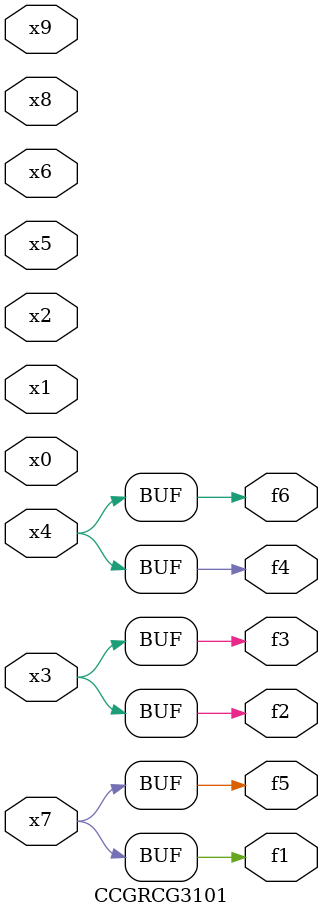
<source format=v>
module CCGRCG3101(
	input x0, x1, x2, x3, x4, x5, x6, x7, x8, x9,
	output f1, f2, f3, f4, f5, f6
);
	assign f1 = x7;
	assign f2 = x3;
	assign f3 = x3;
	assign f4 = x4;
	assign f5 = x7;
	assign f6 = x4;
endmodule

</source>
